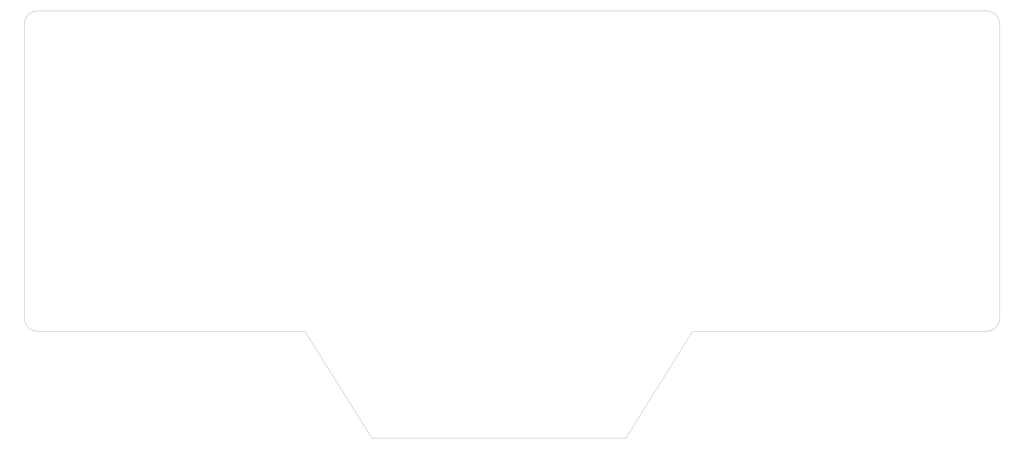
<source format=gm1>
%TF.GenerationSoftware,KiCad,Pcbnew,5.1.6-c6e7f7d~87~ubuntu18.04.1*%
%TF.CreationDate,2020-09-02T09:28:43+12:00*%
%TF.ProjectId,orthoCode,6f727468-6f43-46f6-9465-2e6b69636164,rev?*%
%TF.SameCoordinates,Original*%
%TF.FileFunction,Profile,NP*%
%FSLAX46Y46*%
G04 Gerber Fmt 4.6, Leading zero omitted, Abs format (unit mm)*
G04 Created by KiCad (PCBNEW 5.1.6-c6e7f7d~87~ubuntu18.04.1) date 2020-09-02 09:28:43*
%MOMM*%
%LPD*%
G01*
G04 APERTURE LIST*
%TA.AperFunction,Profile*%
%ADD10C,0.050000*%
%TD*%
G04 APERTURE END LIST*
D10*
X130000000Y-155000000D02*
X65000000Y-155000000D01*
X155000000Y-195000000D02*
X130000000Y-155000000D01*
X170000000Y-195000000D02*
X155000000Y-195000000D01*
X275000000Y-155000000D02*
X340000000Y-155000000D01*
X250000000Y-195000000D02*
X275000000Y-155000000D01*
X235000000Y-195000000D02*
X250000000Y-195000000D01*
X170000000Y-195000000D02*
X235000000Y-195000000D01*
X65000000Y-155000000D02*
X30000000Y-155000000D01*
X385000000Y-155000000D02*
X340000000Y-155000000D01*
X25000000Y-135000000D02*
X25000000Y-150000000D01*
X30000000Y-155000000D02*
G75*
G02*
X25000000Y-150000000I0J5000000D01*
G01*
X390000000Y-40000000D02*
X390000000Y-150000000D01*
X25000000Y-40000000D02*
X25000000Y-135000000D01*
X35000000Y-35000000D02*
X30000000Y-35000000D01*
X25000000Y-40000000D02*
G75*
G02*
X30000000Y-35000000I5000000J0D01*
G01*
X380000000Y-35000000D02*
X385000000Y-35000000D01*
X385000000Y-35000000D02*
G75*
G02*
X390000000Y-40000000I0J-5000000D01*
G01*
X390000000Y-150000000D02*
G75*
G02*
X385000000Y-155000000I-5000000J0D01*
G01*
X380000000Y-35000000D02*
X35000000Y-35000000D01*
M02*

</source>
